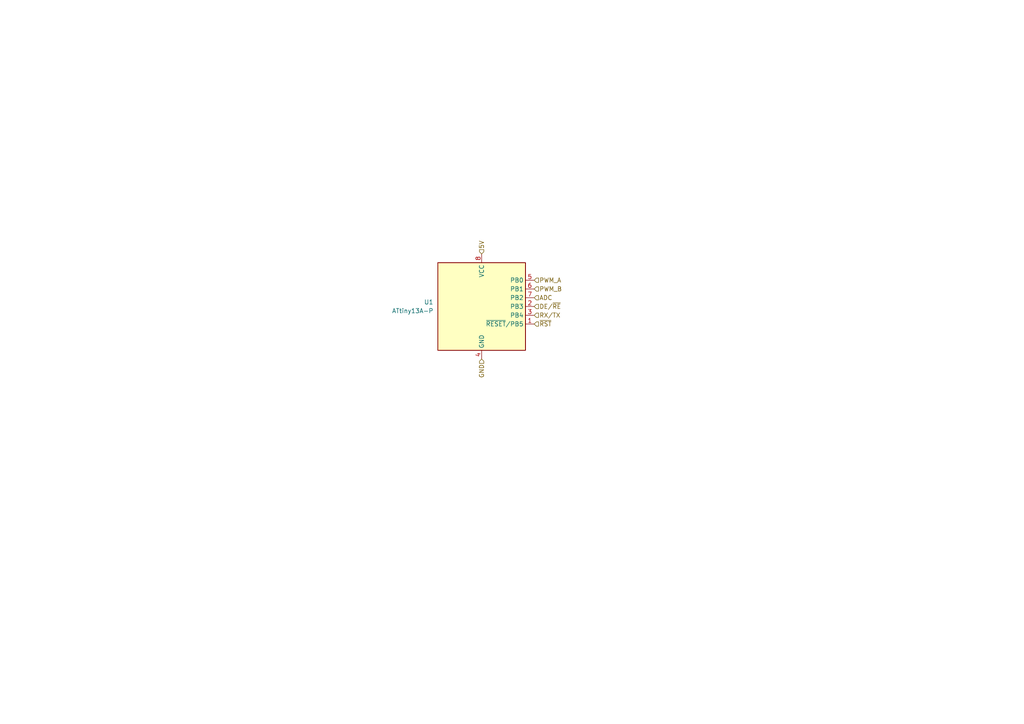
<source format=kicad_sch>
(kicad_sch (version 20231120) (generator "eeschema") (generator_version "8.0")
  (paper "A4")
  (title_block (title "Domoticata wall terminal") (date "2024-07-12") (rev "0.1") (company "Davide Scalisi"))
  (lib_symbols
    (symbol "MCU_Microchip_ATtiny:ATtiny13A-P"
      (property "Reference" "U" (at -12.7 13.97 0))
      (property "Value" "ATtiny13A-P" (at 2.54 -13.97 0))
      (symbol "ATtiny13A-P_0_1"
        (rectangle (start -12.7 -12.7) (end 12.7 12.7) (stroke (width 0.254)) (fill (type background)))
      )
      (symbol "ATtiny13A-P_1_1"
        (pin bidirectional line (at 15.24 -5.08 180) (length 2.54) (name "~{RESET}/PB5") (number "1"))
        (pin bidirectional line (at 15.24 0 180) (length 2.54) (name "PB3") (number "2"))
        (pin bidirectional line (at 15.24 -2.54 180) (length 2.54) (name "PB4") (number "3"))
        (pin power_in line (at 0 -15.24 90) (length 2.54) (name "GND") (number "4"))
        (pin bidirectional line (at 15.24 7.62 180) (length 2.54) (name "PB0") (number "5"))
        (pin bidirectional line (at 15.24 5.08 180) (length 2.54) (name "PB1") (number "6"))
        (pin bidirectional line (at 15.24 2.54 180) (length 2.54) (name "PB2") (number "7"))
        (pin power_in line (at 0 15.24 270) (length 2.54) (name "VCC") (number "8"))
      )
    )
  )
  (hierarchical_label "DE{slash}~{RE}" (shape input) (at 154.94 88.9 0))
  (hierarchical_label "5V" (shape input) (at 139.7 73.66 90))
  (hierarchical_label "GND" (shape input) (at 139.7 104.14 270))
  (hierarchical_label "ADC" (shape input) (at 154.94 86.36 0))
  (hierarchical_label "~{RST}" (shape input) (at 154.94 93.98 0))
  (hierarchical_label "PWM_B" (shape input) (at 154.94 83.82 0))
  (hierarchical_label "RX{slash}TX" (shape input) (at 154.94 91.44 0))
  (hierarchical_label "PWM_A" (shape input) (at 154.94 81.28 0))
  (symbol (lib_id "MCU_Microchip_ATtiny:ATtiny13A-P") (at 139.7 88.9 0) (unit 1)
    (property "Reference" "U1" (at 125.73 87.6299 0) (effects (justify right)))
    (property "Value" "ATtiny13A-P" (at 125.73 90.1699 0) (effects (justify right)))
    (property "Footprint" "Package_DIP:DIP-8_W7.62mm_Socket" (effects (hide yes)))
    (property "Datasheet" "http://ww1.microchip.com/downloads/en/DeviceDoc/doc8126.pdf" (effects (hide yes)))
    (property "Description" "20MHz, 1kB Flash, 64B SRAM, 64B EEPROM, debugWIRE, DIP-8" (effects (hide yes)))
  )
)
</source>
